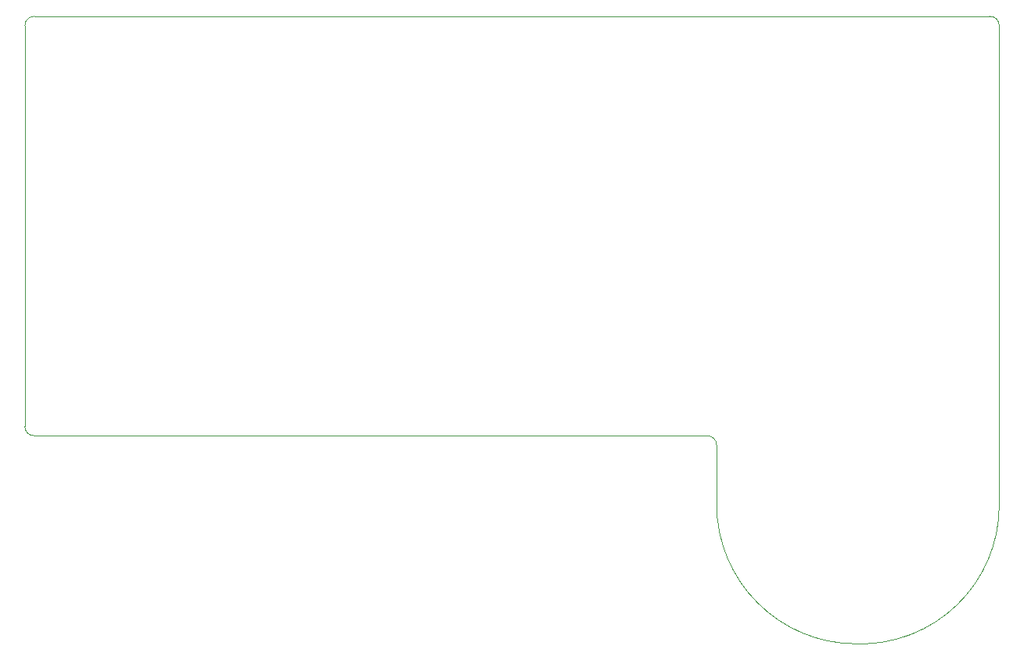
<source format=gbr>
G04 #@! TF.GenerationSoftware,KiCad,Pcbnew,8.0.6*
G04 #@! TF.CreationDate,2025-01-11T22:13:38+09:00*
G04 #@! TF.ProjectId,original_keyboard_bottom,6f726967-696e-4616-9c5f-6b6579626f61,rev?*
G04 #@! TF.SameCoordinates,Original*
G04 #@! TF.FileFunction,Profile,NP*
%FSLAX46Y46*%
G04 Gerber Fmt 4.6, Leading zero omitted, Abs format (unit mm)*
G04 Created by KiCad (PCBNEW 8.0.6) date 2025-01-11 22:13:38*
%MOMM*%
%LPD*%
G01*
G04 APERTURE LIST*
G04 #@! TA.AperFunction,Profile*
%ADD10C,0.100000*%
G04 #@! TD*
G04 APERTURE END LIST*
D10*
X51200001Y-105410000D02*
G75*
G02*
X50200000Y-104410000I-1J1000000D01*
G01*
X155658327Y-112953764D02*
G75*
G02*
X140208000Y-127939801I-14996567J3664D01*
G01*
X50200001Y-104410000D02*
X50200001Y-61000001D01*
X51200001Y-60000001D02*
X154659999Y-60000001D01*
X154659999Y-60000001D02*
G75*
G02*
X155659999Y-61000001I1J-999999D01*
G01*
X124070000Y-105410001D02*
G75*
G02*
X125069999Y-106410001I0J-999999D01*
G01*
X124070000Y-105410001D02*
X51200001Y-105410000D01*
X140208000Y-127939800D02*
G75*
G02*
X125069900Y-112797958I3700J15141800D01*
G01*
X155659999Y-61000001D02*
X155659092Y-112953764D01*
X125069861Y-112797958D02*
X125070000Y-106410001D01*
X50200001Y-61000001D02*
G75*
G02*
X51200001Y-60000001I999999J1D01*
G01*
M02*

</source>
